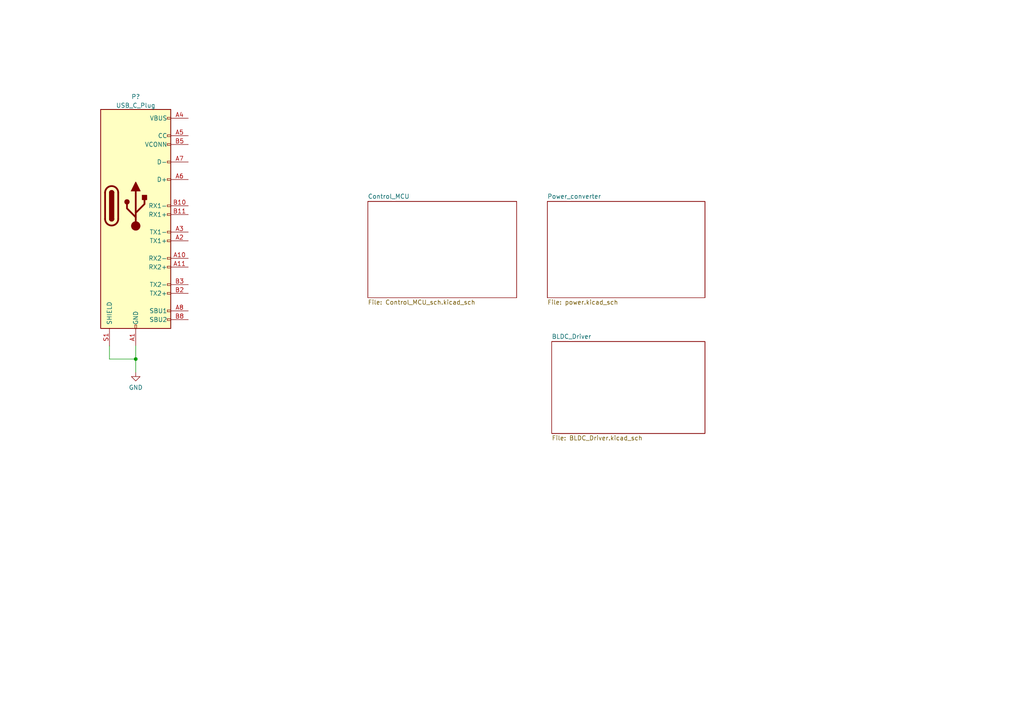
<source format=kicad_sch>
(kicad_sch (version 20211123) (generator eeschema)
  (paper "A4")
  (lib_symbols
    (symbol "Connector:USB_C_Plug" (pin_names (offset 1.016))
      (property "Reference" "P" (at -10.16 29.21 0))
      (property "Value" "USB_C_Plug" (at 10.16 29.21 0))
      (symbol "USB_C_Plug_0_0"
        (rectangle (start -0.254 -35.56) (end 0.254 -34.544))
        (rectangle (start 10.16 -32.766) (end 9.144 -33.274))
        (rectangle (start 10.16 -30.226) (end 9.144 -30.734))
        (rectangle (start 10.16 -25.146) (end 9.144 -25.654))
        (rectangle (start 10.16 -22.606) (end 9.144 -23.114))
        (rectangle (start 10.16 -17.526) (end 9.144 -18.034))
        (rectangle (start 10.16 -14.986) (end 9.144 -15.494))
        (rectangle (start 10.16 -9.906) (end 9.144 -10.414))
        (rectangle (start 10.16 -7.366) (end 9.144 -7.874))
        (rectangle (start 10.16 -2.286) (end 9.144 -2.794))
        (rectangle (start 10.16 0.254) (end 9.144 -0.254))
        (rectangle (start 10.16 7.874) (end 9.144 7.366))
        (rectangle (start 10.16 12.954) (end 9.144 12.446))
        (rectangle (start 10.16 18.034) (end 9.144 17.526))
        (rectangle (start 10.16 20.574) (end 9.144 20.066))
        (rectangle (start 10.16 25.654) (end 9.144 25.146))
      )
      (symbol "USB_C_Plug_0_1"
        (rectangle (start -10.16 27.94) (end 10.16 -35.56) (stroke (width 0.254)) (fill (type background)))
        (arc (start -8.89 -3.81) (mid -6.985 -5.715) (end -5.08 -3.81) (stroke (width 0.508)))
        (arc (start -7.62 -3.81) (mid -6.985 -4.445) (end -6.35 -3.81) (stroke (width 0.254)))
        (arc (start -7.62 -3.81) (mid -6.985 -4.445) (end -6.35 -3.81) (stroke (width 0.254)) (fill (type outline)))
        (rectangle (start -7.62 -3.81) (end -6.35 3.81) (stroke (width 0.254)) (fill (type outline)))
        (arc (start -6.35 3.81) (mid -6.985 4.445) (end -7.62 3.81) (stroke (width 0.254)))
        (arc (start -6.35 3.81) (mid -6.985 4.445) (end -7.62 3.81) (stroke (width 0.254)) (fill (type outline)))
        (arc (start -5.08 3.81) (mid -6.985 5.715) (end -8.89 3.81) (stroke (width 0.508)))
        (polyline (pts (xy -8.89 -3.81) (xy -8.89 3.81)) (stroke (width 0.508)))
        (polyline (pts (xy -5.08 3.81) (xy -5.08 -3.81)) (stroke (width 0.508)))
      )
      (symbol "USB_C_Plug_1_1"
        (circle (center -2.54 1.143) (radius 0.635) (stroke (width 0.254)) (fill (type outline)))
        (circle (center 0 -5.842) (radius 1.27) (fill (type outline)))
        (polyline (pts (xy 0 -5.842) (xy 0 4.318)) (stroke (width 0.508)))
        (polyline (pts (xy 0 -3.302) (xy -2.54 -0.762) (xy -2.54 0.508)) (stroke (width 0.508)))
        (polyline (pts (xy 0 -2.032) (xy 2.54 0.508) (xy 2.54 1.778)) (stroke (width 0.508)))
        (polyline (pts (xy -1.27 4.318) (xy 0 6.858) (xy 1.27 4.318) (xy -1.27 4.318)) (stroke (width 0.254)) (fill (type outline)))
        (rectangle (start 1.905 1.778) (end 3.175 3.048) (stroke (width 0.254)) (fill (type outline)))
        (pin passive line (at 0 -40.64 90) (length 5.08) (name "GND") (number "A1"))
        (pin bidirectional line (at 15.24 -15.24 180) (length 5.08) (name "RX2-") (number "A10"))
        (pin bidirectional line (at 15.24 -17.78 180) (length 5.08) (name "RX2+") (number "A11"))
        (pin passive line (at 0 -40.64 90) (length 5.08) hide (name "GND") (number "A12"))
        (pin bidirectional line (at 15.24 -10.16 180) (length 5.08) (name "TX1+") (number "A2"))
        (pin bidirectional line (at 15.24 -7.62 180) (length 5.08) (name "TX1-") (number "A3"))
        (pin passive line (at 15.24 25.4 180) (length 5.08) (name "VBUS") (number "A4"))
        (pin bidirectional line (at 15.24 20.32 180) (length 5.08) (name "CC") (number "A5"))
        (pin bidirectional line (at 15.24 7.62 180) (length 5.08) (name "D+") (number "A6"))
        (pin bidirectional line (at 15.24 12.7 180) (length 5.08) (name "D-") (number "A7"))
        (pin bidirectional line (at 15.24 -30.48 180) (length 5.08) (name "SBU1") (number "A8"))
        (pin passive line (at 15.24 25.4 180) (length 5.08) hide (name "VBUS") (number "A9"))
        (pin passive line (at 0 -40.64 90) (length 5.08) hide (name "GND") (number "B1"))
        (pin bidirectional line (at 15.24 0 180) (length 5.08) (name "RX1-") (number "B10"))
        (pin bidirectional line (at 15.24 -2.54 180) (length 5.08) (name "RX1+") (number "B11"))
        (pin passive line (at 0 -40.64 90) (length 5.08) hide (name "GND") (number "B12"))
        (pin bidirectional line (at 15.24 -25.4 180) (length 5.08) (name "TX2+") (number "B2"))
        (pin bidirectional line (at 15.24 -22.86 180) (length 5.08) (name "TX2-") (number "B3"))
        (pin passive line (at 15.24 25.4 180) (length 5.08) hide (name "VBUS") (number "B4"))
        (pin bidirectional line (at 15.24 17.78 180) (length 5.08) (name "VCONN") (number "B5"))
        (pin bidirectional line (at 15.24 -33.02 180) (length 5.08) (name "SBU2") (number "B8"))
        (pin passive line (at 15.24 25.4 180) (length 5.08) hide (name "VBUS") (number "B9"))
        (pin passive line (at -7.62 -40.64 90) (length 5.08) (name "SHIELD") (number "S1"))
      )
    )
    (symbol "power:GND" (power) (pin_names (offset 0))
      (property "Value" "GND" (at 0 -3.81 0))
      (symbol "GND_0_1"
        (polyline (pts (xy 0 0) (xy 0 -1.27) (xy 1.27 -1.27) (xy 0 -2.54) (xy -1.27 -1.27) (xy 0 -1.27)))
      )
      (symbol "GND_1_1"
        (pin power_in line (at 0 0 270) (length 0) hide (name "GND") (number "1"))
      )
    )
  )
  (junction (at 39.37 104.14))
  (wire (pts (xy 39.37 100.33) (xy 39.37 104.14)))
  (wire (pts (xy 31.75 104.14) (xy 39.37 104.14)))
  (wire (pts (xy 39.37 104.14) (xy 39.37 107.95)))
  (wire (pts (xy 31.75 100.33) (xy 31.75 104.14)))
  (symbol (lib_id "Connector:USB_C_Plug") (at 39.37 59.69 0) (unit 1)
    (property "Reference" "P?" (at 39.37 28.0502 0))
    (property "Value" "USB_C_Plug" (at 39.37 30.5871 0))
    (property "Datasheet" "https://www.usb.org/sites/default/files/documents/usb_type-c.zip" (effects hide))
  )
  (symbol (lib_id "power:GND") (at 39.37 107.95 0) (unit 1)
    (property "Reference" "#PWR?" (effects hide))
    (property "Value" "GND" (at 39.37 112.3934 0))
  )
  (sheet (at 160.02 99.06) (size 44.45 26.67) (stroke (width 0.1524))
    (property "Sheet name" "BLDC_Driver" (at 160.02 98.3484 0) (effects (justify left bottom)))
    (property "Sheet file" "BLDC_Driver.kicad_sch" (at 160.02 126.3146 0) (effects (justify left top)))
  )
  (sheet (at 158.75 58.42) (size 45.72 27.94) (stroke (width 0.1524))
    (property "Sheet name" "Power_converter" (at 158.75 57.7084 0) (effects (justify left bottom)))
    (property "Sheet file" "power.kicad_sch" (at 158.75 86.9446 0) (effects (justify left top)))
  )
  (sheet (at 106.68 58.42) (size 43.18 27.94) (stroke (width 0.1524))
    (property "Sheet name" "Control_MCU" (at 106.68 57.7084 0) (effects (justify left bottom)))
    (property "Sheet file" "Control_MCU_sch.kicad_sch" (at 106.68 86.9446 0) (effects (justify left top)))
  )
)
</source>
